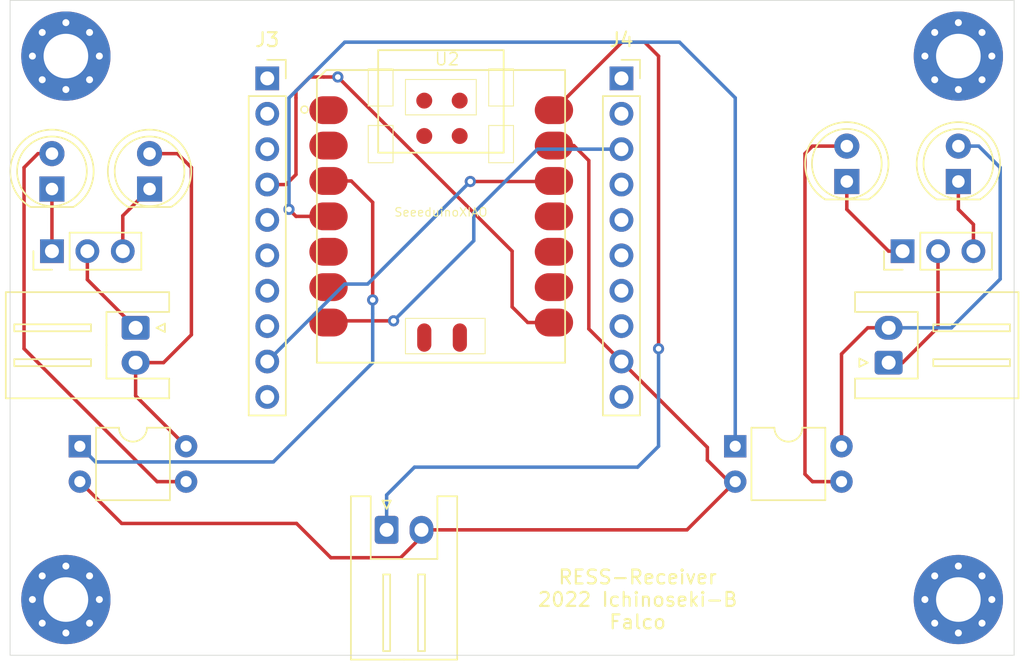
<source format=kicad_pcb>
(kicad_pcb (version 20171130) (host pcbnew "(5.1.9)-1")
  (layers (0 F.Cu signal) (31 B.Cu signal) (34 B.Paste user) (35 F.Paste user) (36 B.SilkS user) (37 F.SilkS user) (38 B.Mask user) (39 F.Mask user) (44 Edge.Cuts user))
  (net 0 "")
  (net 1 "Net-(D1-Pad1)")
  (net 2 "Net-(D1-Pad2)")
  (net 3 "Net-(D2-Pad1)")
  (net 4 GND)
  (net 5 "Net-(J1-Pad1)")
  (net 6 "Net-(D2-Pad2)")
  (net 7 +5V)
  (net 8 "Net-(J6-Pad1)")
  (net 9 RX)
  (net 10 +3V3)
  (net 11 TX)
  (net 12 "Net-(D3-Pad2)")
  (net 13 "Net-(D3-Pad1)")
  (net 14 "Net-(D4-Pad1)")
  (net 15 "Net-(D4-Pad2)")
  (net 16 Out1)
  (net 17 Out2)
  (module MountingHole:MountingHole_3.2mm_M3_Pad_Via (layer F.Cu) (at 149 148)
    (fp_text reference REF** hide)
    (fp_text value MountingHole_3.2mm_M3_Pad_Via)
    (pad 1 thru_hole circle (at 1.697056 -1.697056) (size 0.8 0.8) (drill 0.5) (layers *.Cu *.Mask))
    (pad 1 thru_hole circle (at 0 -2.4) (size 0.8 0.8) (drill 0.5) (layers *.Cu *.Mask))
    (pad 1 thru_hole circle (at -1.697056 -1.697056) (size 0.8 0.8) (drill 0.5) (layers *.Cu *.Mask))
    (pad 1 thru_hole circle (at -2.4 0) (size 0.8 0.8) (drill 0.5) (layers *.Cu *.Mask))
    (pad 1 thru_hole circle (at -1.697056 1.697056) (size 0.8 0.8) (drill 0.5) (layers *.Cu *.Mask))
    (pad 1 thru_hole circle (at 0 2.4) (size 0.8 0.8) (drill 0.5) (layers *.Cu *.Mask))
    (pad 1 thru_hole circle (at 1.697056 1.697056) (size 0.8 0.8) (drill 0.5) (layers *.Cu *.Mask))
    (pad 1 thru_hole circle (at 2.4 0) (size 0.8 0.8) (drill 0.5) (layers *.Cu *.Mask))
    (pad 1 thru_hole circle (at 0 0) (size 6.4 6.4) (drill 3.2) (layers *.Cu *.Mask))
  )
  (module MountingHole:MountingHole_3.2mm_M3_Pad_Via (layer F.Cu) (at 149 109)
    (fp_text reference REF** hide)
    (fp_text value MountingHole_3.2mm_M3_Pad_Via)
    (pad 1 thru_hole circle (at 1.697056 -1.697056) (size 0.8 0.8) (drill 0.5) (layers *.Cu *.Mask))
    (pad 1 thru_hole circle (at 0 -2.4) (size 0.8 0.8) (drill 0.5) (layers *.Cu *.Mask))
    (pad 1 thru_hole circle (at -1.697056 -1.697056) (size 0.8 0.8) (drill 0.5) (layers *.Cu *.Mask))
    (pad 1 thru_hole circle (at -2.4 0) (size 0.8 0.8) (drill 0.5) (layers *.Cu *.Mask))
    (pad 1 thru_hole circle (at -1.697056 1.697056) (size 0.8 0.8) (drill 0.5) (layers *.Cu *.Mask))
    (pad 1 thru_hole circle (at 0 2.4) (size 0.8 0.8) (drill 0.5) (layers *.Cu *.Mask))
    (pad 1 thru_hole circle (at 1.697056 1.697056) (size 0.8 0.8) (drill 0.5) (layers *.Cu *.Mask))
    (pad 1 thru_hole circle (at 2.4 0) (size 0.8 0.8) (drill 0.5) (layers *.Cu *.Mask))
    (pad 1 thru_hole circle (at 0 0) (size 6.4 6.4) (drill 3.2) (layers *.Cu *.Mask))
  )
  (module MountingHole:MountingHole_3.2mm_M3_Pad_Via (layer F.Cu) (at 85 109)
    (fp_text reference REF** hide)
    (fp_text value MountingHole_3.2mm_M3_Pad_Via)
    (pad 1 thru_hole circle (at 1.697056 -1.697056) (size 0.8 0.8) (drill 0.5) (layers *.Cu *.Mask))
    (pad 1 thru_hole circle (at 0 -2.4) (size 0.8 0.8) (drill 0.5) (layers *.Cu *.Mask))
    (pad 1 thru_hole circle (at -1.697056 -1.697056) (size 0.8 0.8) (drill 0.5) (layers *.Cu *.Mask))
    (pad 1 thru_hole circle (at -2.4 0) (size 0.8 0.8) (drill 0.5) (layers *.Cu *.Mask))
    (pad 1 thru_hole circle (at -1.697056 1.697056) (size 0.8 0.8) (drill 0.5) (layers *.Cu *.Mask))
    (pad 1 thru_hole circle (at 0 2.4) (size 0.8 0.8) (drill 0.5) (layers *.Cu *.Mask))
    (pad 1 thru_hole circle (at 1.697056 1.697056) (size 0.8 0.8) (drill 0.5) (layers *.Cu *.Mask))
    (pad 1 thru_hole circle (at 2.4 0) (size 0.8 0.8) (drill 0.5) (layers *.Cu *.Mask))
    (pad 1 thru_hole circle (at 0 0) (size 6.4 6.4) (drill 3.2) (layers *.Cu *.Mask))
  )
  (module MountingHole:MountingHole_3.2mm_M3_Pad_Via (layer F.Cu) (at 85 148)
    (fp_text reference REF** hide)
    (fp_text value MountingHole_3.2mm_M3_Pad_Via)
    (pad 1 thru_hole circle (at 1.697056 -1.697056) (size 0.8 0.8) (drill 0.5) (layers *.Cu *.Mask))
    (pad 1 thru_hole circle (at 0 -2.4) (size 0.8 0.8) (drill 0.5) (layers *.Cu *.Mask))
    (pad 1 thru_hole circle (at -1.697056 -1.697056) (size 0.8 0.8) (drill 0.5) (layers *.Cu *.Mask))
    (pad 1 thru_hole circle (at -2.4 0) (size 0.8 0.8) (drill 0.5) (layers *.Cu *.Mask))
    (pad 1 thru_hole circle (at -1.697056 1.697056) (size 0.8 0.8) (drill 0.5) (layers *.Cu *.Mask))
    (pad 1 thru_hole circle (at 0 2.4) (size 0.8 0.8) (drill 0.5) (layers *.Cu *.Mask))
    (pad 1 thru_hole circle (at 1.697056 1.697056) (size 0.8 0.8) (drill 0.5) (layers *.Cu *.Mask))
    (pad 1 thru_hole circle (at 2.4 0) (size 0.8 0.8) (drill 0.5) (layers *.Cu *.Mask))
    (pad 1 thru_hole circle (at 0 0) (size 6.4 6.4) (drill 3.2) (layers *.Cu *.Mask))
  )
  (module Connector_PinSocket_2.54mm:PinSocket_1x10_P2.54mm_Vertical (layer F.Cu) (at 99.44 110.6)
    (fp_text reference J3 (at 0 -2.77) (layer F.SilkS))
    (fp_text value ADP_L)
    (fp_line (start 0 -1.33) (end 1.33 -1.33) (layer F.SilkS) (width 0.12))
    (fp_line (start 1.33 -1.33) (end 1.33 0) (layer F.SilkS) (width 0.12))
    (fp_line (start 1.33 1.27) (end 1.33 24.19) (layer F.SilkS) (width 0.12))
    (fp_line (start -1.33 24.19) (end 1.33 24.19) (layer F.SilkS) (width 0.12))
    (fp_line (start -1.33 1.27) (end -1.33 24.19) (layer F.SilkS) (width 0.12))
    (fp_line (start -1.33 1.27) (end 1.33 1.27) (layer F.SilkS) (width 0.12))
    (pad 1 thru_hole rect (at 0 0) (size 1.7 1.7) (drill 1) (layers *.Cu *.Mask))
    (pad 2 thru_hole oval (at 0 2.54) (size 1.7 1.7) (drill 1) (layers *.Cu *.Mask))
    (pad 3 thru_hole oval (at 0 5.08) (size 1.7 1.7) (drill 1) (layers *.Cu *.Mask))
    (pad 4 thru_hole oval (at 0 7.62) (size 1.7 1.7) (drill 1) (layers *.Cu *.Mask) (net 9 RX))
    (pad 5 thru_hole oval (at 0 10.16) (size 1.7 1.7) (drill 1) (layers *.Cu *.Mask))
    (pad 6 thru_hole oval (at 0 12.7) (size 1.7 1.7) (drill 1) (layers *.Cu *.Mask))
    (pad 7 thru_hole oval (at 0 15.24) (size 1.7 1.7) (drill 1) (layers *.Cu *.Mask))
    (pad 8 thru_hole oval (at 0 17.78) (size 1.7 1.7) (drill 1) (layers *.Cu *.Mask))
    (pad 9 thru_hole oval (at 0 20.32) (size 1.7 1.7) (drill 1) (layers *.Cu *.Mask) (net 10 +3V3))
    (pad 10 thru_hole oval (at 0 22.86) (size 1.7 1.7) (drill 1) (layers *.Cu *.Mask))
  )
  (module Connector_PinSocket_2.54mm:PinSocket_1x10_P2.54mm_Vertical (layer F.Cu) (at 124.84 110.6)
    (fp_text reference J4 (at 0 -2.77) (layer F.SilkS))
    (fp_text value ADP_R)
    (fp_line (start -1.33 1.27) (end 1.33 1.27) (layer F.SilkS) (width 0.12))
    (fp_line (start -1.33 1.27) (end -1.33 24.19) (layer F.SilkS) (width 0.12))
    (fp_line (start -1.33 24.19) (end 1.33 24.19) (layer F.SilkS) (width 0.12))
    (fp_line (start 1.33 1.27) (end 1.33 24.19) (layer F.SilkS) (width 0.12))
    (fp_line (start 1.33 -1.33) (end 1.33 0) (layer F.SilkS) (width 0.12))
    (fp_line (start 0 -1.33) (end 1.33 -1.33) (layer F.SilkS) (width 0.12))
    (pad 10 thru_hole oval (at 0 22.86) (size 1.7 1.7) (drill 1) (layers *.Cu *.Mask))
    (pad 9 thru_hole oval (at 0 20.32) (size 1.7 1.7) (drill 1) (layers *.Cu *.Mask) (net 4 GND))
    (pad 8 thru_hole oval (at 0 17.78) (size 1.7 1.7) (drill 1) (layers *.Cu *.Mask))
    (pad 7 thru_hole oval (at 0 15.24) (size 1.7 1.7) (drill 1) (layers *.Cu *.Mask))
    (pad 6 thru_hole oval (at 0 12.7) (size 1.7 1.7) (drill 1) (layers *.Cu *.Mask))
    (pad 5 thru_hole oval (at 0 10.16) (size 1.7 1.7) (drill 1) (layers *.Cu *.Mask))
    (pad 4 thru_hole oval (at 0 7.62) (size 1.7 1.7) (drill 1) (layers *.Cu *.Mask))
    (pad 3 thru_hole oval (at 0 5.08) (size 1.7 1.7) (drill 1) (layers *.Cu *.Mask) (net 11 TX))
    (pad 2 thru_hole oval (at 0 2.54) (size 1.7 1.7) (drill 1) (layers *.Cu *.Mask))
    (pad 1 thru_hole rect (at 0 0) (size 1.7 1.7) (drill 1) (layers *.Cu *.Mask))
  )
  (module Connector_JST:JST_XH_S2B-XH-A_1x02_P2.50mm_Horizontal (layer F.Cu) (at 108 143)
    (fp_text reference J5 hide)
    (fp_text value Power_IN)
    (fp_line (start 0.3 -2.1) (end 0 -1.5) (layer F.SilkS) (width 0.12))
    (fp_line (start -0.3 -2.1) (end 0.3 -2.1) (layer F.SilkS) (width 0.12))
    (fp_line (start 0 -1.5) (end -0.3 -2.1) (layer F.SilkS) (width 0.12))
    (fp_line (start 2.75 3.2) (end 2.25 3.2) (layer F.SilkS) (width 0.12))
    (fp_line (start 2.75 8.7) (end 2.75 3.2) (layer F.SilkS) (width 0.12))
    (fp_line (start 2.25 8.7) (end 2.75 8.7) (layer F.SilkS) (width 0.12))
    (fp_line (start 2.25 3.2) (end 2.25 8.7) (layer F.SilkS) (width 0.12))
    (fp_line (start 0.25 3.2) (end -0.25 3.2) (layer F.SilkS) (width 0.12))
    (fp_line (start 0.25 8.7) (end 0.25 3.2) (layer F.SilkS) (width 0.12))
    (fp_line (start -0.25 8.7) (end 0.25 8.7) (layer F.SilkS) (width 0.12))
    (fp_line (start -0.25 3.2) (end -0.25 8.7) (layer F.SilkS) (width 0.12))
    (fp_line (start 3.64 2.09) (end 1.25 2.09) (layer F.SilkS) (width 0.12))
    (fp_line (start 3.64 -2.41) (end 3.64 2.09) (layer F.SilkS) (width 0.12))
    (fp_line (start 5.06 -2.41) (end 3.64 -2.41) (layer F.SilkS) (width 0.12))
    (fp_line (start 5.06 9.31) (end 5.06 -2.41) (layer F.SilkS) (width 0.12))
    (fp_line (start 1.25 9.31) (end 5.06 9.31) (layer F.SilkS) (width 0.12))
    (fp_line (start -1.14 2.09) (end 1.25 2.09) (layer F.SilkS) (width 0.12))
    (fp_line (start -1.14 -2.41) (end -1.14 2.09) (layer F.SilkS) (width 0.12))
    (fp_line (start -2.56 -2.41) (end -1.14 -2.41) (layer F.SilkS) (width 0.12))
    (fp_line (start -2.56 9.31) (end -2.56 -2.41) (layer F.SilkS) (width 0.12))
    (fp_line (start 1.25 9.31) (end -2.56 9.31) (layer F.SilkS) (width 0.12))
    (pad 1 thru_hole roundrect (at 0 0) (size 1.7 2) (drill 1) (layers *.Cu *.Mask) (roundrect_rratio 0.1470588235294118) (net 7 +5V))
    (pad 2 thru_hole oval (at 2.5 0) (size 1.7 2) (drill 1) (layers *.Cu *.Mask) (net 4 GND))
  )
  (module Connector_JST:JST_XH_S2B-XH-A_1x02_P2.50mm_Horizontal (layer F.Cu) (at 90 128.5 270)
    (fp_text reference J6 hide)
    (fp_text value RESS_OUT1)
    (fp_line (start 0.3 -2.1) (end 0 -1.5) (layer F.SilkS) (width 0.12))
    (fp_line (start -0.3 -2.1) (end 0.3 -2.1) (layer F.SilkS) (width 0.12))
    (fp_line (start 0 -1.5) (end -0.3 -2.1) (layer F.SilkS) (width 0.12))
    (fp_line (start 2.75 3.2) (end 2.25 3.2) (layer F.SilkS) (width 0.12))
    (fp_line (start 2.75 8.7) (end 2.75 3.2) (layer F.SilkS) (width 0.12))
    (fp_line (start 2.25 8.7) (end 2.75 8.7) (layer F.SilkS) (width 0.12))
    (fp_line (start 2.25 3.2) (end 2.25 8.7) (layer F.SilkS) (width 0.12))
    (fp_line (start 0.25 3.2) (end -0.25 3.2) (layer F.SilkS) (width 0.12))
    (fp_line (start 0.25 8.7) (end 0.25 3.2) (layer F.SilkS) (width 0.12))
    (fp_line (start -0.25 8.7) (end 0.25 8.7) (layer F.SilkS) (width 0.12))
    (fp_line (start -0.25 3.2) (end -0.25 8.7) (layer F.SilkS) (width 0.12))
    (fp_line (start 3.64 2.09) (end 1.25 2.09) (layer F.SilkS) (width 0.12))
    (fp_line (start 3.64 -2.41) (end 3.64 2.09) (layer F.SilkS) (width 0.12))
    (fp_line (start 5.06 -2.41) (end 3.64 -2.41) (layer F.SilkS) (width 0.12))
    (fp_line (start 5.06 9.31) (end 5.06 -2.41) (layer F.SilkS) (width 0.12))
    (fp_line (start 1.25 9.31) (end 5.06 9.31) (layer F.SilkS) (width 0.12))
    (fp_line (start -1.14 2.09) (end 1.25 2.09) (layer F.SilkS) (width 0.12))
    (fp_line (start -1.14 -2.41) (end -1.14 2.09) (layer F.SilkS) (width 0.12))
    (fp_line (start -2.56 -2.41) (end -1.14 -2.41) (layer F.SilkS) (width 0.12))
    (fp_line (start -2.56 9.31) (end -2.56 -2.41) (layer F.SilkS) (width 0.12))
    (fp_line (start 1.25 9.31) (end -2.56 9.31) (layer F.SilkS) (width 0.12))
    (pad 1 thru_hole roundrect (at 0 0 270) (size 1.7 2) (drill 1) (layers *.Cu *.Mask) (roundrect_rratio 0.1470588235294118) (net 8 "Net-(J6-Pad1)"))
    (pad 2 thru_hole oval (at 2.5 0 270) (size 1.7 2) (drill 1) (layers *.Cu *.Mask) (net 6 "Net-(D2-Pad2)"))
  )
  (module Package_DIP:DIP-4_W7.62mm (layer F.Cu) (at 86 137)
    (fp_text reference U1 hide)
    (fp_text value LTV-817)
    (fp_line (start 6.46 -1.33) (end 4.81 -1.33) (layer F.SilkS) (width 0.12))
    (fp_line (start 6.46 3.87) (end 6.46 -1.33) (layer F.SilkS) (width 0.12))
    (fp_line (start 1.16 3.87) (end 6.46 3.87) (layer F.SilkS) (width 0.12))
    (fp_line (start 1.16 -1.33) (end 1.16 3.87) (layer F.SilkS) (width 0.12))
    (fp_line (start 2.81 -1.33) (end 1.16 -1.33) (layer F.SilkS) (width 0.12))
    (fp_arc (start 3.81 -1.33) (end 2.81 -1.33) (angle -180) (layer F.SilkS) (width 0.12))
    (pad 1 thru_hole rect (at 0 0) (size 1.6 1.6) (drill 0.8) (layers *.Cu *.Mask) (net 16 Out1))
    (pad 3 thru_hole oval (at 7.62 2.54) (size 1.6 1.6) (drill 0.8) (layers *.Cu *.Mask) (net 2 "Net-(D1-Pad2)"))
    (pad 2 thru_hole oval (at 0 2.54) (size 1.6 1.6) (drill 0.8) (layers *.Cu *.Mask) (net 4 GND))
    (pad 4 thru_hole oval (at 7.62 0) (size 1.6 1.6) (drill 0.8) (layers *.Cu *.Mask) (net 6 "Net-(D2-Pad2)"))
  )
  (module LED_THT:LED_D5.0mm (layer F.Cu) (at 84 118.54 90)
    (fp_text reference D1 hide)
    (fp_text value LED hide)
    (fp_circle (center 1.27 0) (end 3.77 0) (layer F.SilkS) (width 0.12))
    (fp_line (start -1.29 -1.545) (end -1.29 1.545) (layer F.SilkS) (width 0.12))
    (fp_arc (start 1.27 0) (end -1.29 -1.54483) (angle 148.9) (layer F.SilkS) (width 0.12))
    (fp_arc (start 1.27 0) (end -1.29 1.54483) (angle -148.9) (layer F.SilkS) (width 0.12))
    (pad 1 thru_hole rect (at 0 0 90) (size 1.8 1.8) (drill 0.9) (layers *.Cu *.Mask) (net 1 "Net-(D1-Pad1)"))
    (pad 2 thru_hole circle (at 2.54 0 90) (size 1.8 1.8) (drill 0.9) (layers *.Cu *.Mask) (net 2 "Net-(D1-Pad2)"))
  )
  (module LED_THT:LED_D5.0mm (layer F.Cu) (at 91 118.54 90)
    (fp_text reference D2 hide)
    (fp_text value LED)
    (fp_line (start -1.29 -1.545) (end -1.29 1.545) (layer F.SilkS) (width 0.12))
    (fp_circle (center 1.27 0) (end 3.77 0) (layer F.SilkS) (width 0.12))
    (fp_arc (start 1.27 0) (end -1.29 1.54483) (angle -148.9) (layer F.SilkS) (width 0.12))
    (fp_arc (start 1.27 0) (end -1.29 -1.54483) (angle 148.9) (layer F.SilkS) (width 0.12))
    (pad 2 thru_hole circle (at 2.54 0 90) (size 1.8 1.8) (drill 0.9) (layers *.Cu *.Mask) (net 6 "Net-(D2-Pad2)"))
    (pad 1 thru_hole rect (at 0 0 90) (size 1.8 1.8) (drill 0.9) (layers *.Cu *.Mask) (net 3 "Net-(D2-Pad1)"))
  )
  (module Connector_PinHeader_2.54mm:PinHeader_1x03_P2.54mm_Vertical (layer F.Cu) (at 84 123 90)
    (fp_text reference SW1 hide)
    (fp_text value SW_SPDT)
    (fp_line (start -1.33 -1.33) (end 0 -1.33) (layer F.SilkS) (width 0.12))
    (fp_line (start -1.33 0) (end -1.33 -1.33) (layer F.SilkS) (width 0.12))
    (fp_line (start -1.33 1.27) (end 1.33 1.27) (layer F.SilkS) (width 0.12))
    (fp_line (start 1.33 1.27) (end 1.33 6.41) (layer F.SilkS) (width 0.12))
    (fp_line (start -1.33 1.27) (end -1.33 6.41) (layer F.SilkS) (width 0.12))
    (fp_line (start -1.33 6.41) (end 1.33 6.41) (layer F.SilkS) (width 0.12))
    (pad 1 thru_hole rect (at 0 0 90) (size 1.7 1.7) (drill 1) (layers *.Cu *.Mask) (net 1 "Net-(D1-Pad1)"))
    (pad 2 thru_hole oval (at 0 2.54 90) (size 1.7 1.7) (drill 1) (layers *.Cu *.Mask) (net 8 "Net-(J6-Pad1)"))
    (pad 3 thru_hole oval (at 0 5.08 90) (size 1.7 1.7) (drill 1) (layers *.Cu *.Mask) (net 3 "Net-(D2-Pad1)"))
  )
  (module "Seeeduino XIAO KICAD:Seeeduino XIAO-MOUDLE14P-2.54-21X17.8MM" (layer F.Cu) (at 103 131)
    (fp_text reference U2 (at 9.3345 -21.7805) (layer F.SilkS) (effects (font (size 0.889 0.889) (thickness 0.1016))))
    (fp_text value SeeeduinoXIAO (at 8.89 -10.795) (layer F.SilkS) (effects (font (size 0.6096 0.6096) (thickness 0.0762))))
    (fp_line (start 6.35 -17.78) (end 11.43 -17.78) (layer F.SilkS) (width 0.06604))
    (fp_line (start 11.43 -17.78) (end 11.43 -20.32) (layer F.SilkS) (width 0.06604))
    (fp_line (start 6.35 -20.32) (end 11.43 -20.32) (layer F.SilkS) (width 0.06604))
    (fp_line (start 6.35 -17.78) (end 6.35 -20.32) (layer F.SilkS) (width 0.06604))
    (fp_line (start 6.35 -0.635) (end 12.065 -0.635) (layer F.SilkS) (width 0.06604))
    (fp_line (start 12.065 -0.635) (end 12.065 -3.175) (layer F.SilkS) (width 0.06604))
    (fp_line (start 6.35 -3.175) (end 12.065 -3.175) (layer F.SilkS) (width 0.06604))
    (fp_line (start 6.35 -0.635) (end 6.35 -3.175) (layer F.SilkS) (width 0.06604))
    (fp_line (start 3.683 -18.415) (end 5.461 -18.415) (layer F.SilkS) (width 0.06604))
    (fp_line (start 5.461 -18.415) (end 5.461 -21.082) (layer F.SilkS) (width 0.06604))
    (fp_line (start 3.683 -21.082) (end 5.461 -21.082) (layer F.SilkS) (width 0.06604))
    (fp_line (start 3.683 -18.415) (end 3.683 -21.082) (layer F.SilkS) (width 0.06604))
    (fp_line (start 3.683 -14.34846) (end 5.461 -14.34846) (layer F.SilkS) (width 0.06604))
    (fp_line (start 5.461 -14.34846) (end 5.461 -17.018) (layer F.SilkS) (width 0.06604))
    (fp_line (start 3.683 -17.018) (end 5.461 -17.018) (layer F.SilkS) (width 0.06604))
    (fp_line (start 3.683 -14.34846) (end 3.683 -17.018) (layer F.SilkS) (width 0.06604))
    (fp_line (start 12.319 -14.34846) (end 14.097 -14.34846) (layer F.SilkS) (width 0.06604))
    (fp_line (start 14.097 -14.34846) (end 14.097 -17.018) (layer F.SilkS) (width 0.06604))
    (fp_line (start 12.319 -17.018) (end 14.097 -17.018) (layer F.SilkS) (width 0.06604))
    (fp_line (start 12.319 -14.34846) (end 12.319 -17.018) (layer F.SilkS) (width 0.06604))
    (fp_line (start 12.319 -18.415) (end 14.097 -18.415) (layer F.SilkS) (width 0.06604))
    (fp_line (start 14.097 -18.415) (end 14.097 -21.082) (layer F.SilkS) (width 0.06604))
    (fp_line (start 12.319 -21.082) (end 14.097 -21.082) (layer F.SilkS) (width 0.06604))
    (fp_line (start 12.319 -18.415) (end 12.319 -21.082) (layer F.SilkS) (width 0.06604))
    (fp_line (start 0 0) (end 17.79778 0) (layer F.SilkS) (width 0.127))
    (fp_line (start 17.79778 0) (end 17.79778 -20.99818) (layer F.SilkS) (width 0.127))
    (fp_line (start 17.79778 -20.99818) (end 0.67056 -20.99818) (layer F.SilkS) (width 0.127))
    (fp_line (start 0.67056 -20.99818) (end 0 -20.32762) (layer F.SilkS) (width 0.127))
    (fp_line (start 0 -20.32762) (end 0 0) (layer F.SilkS) (width 0.127))
    (fp_line (start 4.39928 -22.42312) (end 13.39342 -22.42312) (layer F.SilkS) (width 0.127))
    (fp_line (start 13.39342 -22.42312) (end 13.39342 -15.06982) (layer F.SilkS) (width 0.127))
    (fp_line (start 13.39342 -15.06982) (end 4.3942 -15.06982) (layer F.SilkS) (width 0.127))
    (fp_line (start 4.3942 -15.06982) (end 4.3942 -22.42312) (layer F.SilkS) (width 0.127))
    (fp_circle (center -0.889 -18.161) (end -0.889 -18.415) (layer F.SilkS) (width 0.1))
    (pad 14 smd oval (at 16.99768 -18.11782) (size 2.74828 1.99898) (layers F.Cu F.Paste F.Mask) (net 7 +5V))
    (pad 13 smd oval (at 16.99768 -15.57782) (size 2.74828 1.99898) (layers F.Cu F.Paste F.Mask) (net 4 GND))
    (pad 12 smd oval (at 16.99768 -13.03782) (size 2.74828 1.99898) (layers F.Cu F.Paste F.Mask) (net 10 +3V3))
    (pad 11 smd oval (at 16.99768 -10.49782) (size 2.74828 1.99898) (layers F.Cu F.Paste F.Mask))
    (pad 10 smd oval (at 16.99768 -7.95782) (size 2.74828 1.99898) (layers F.Cu F.Paste F.Mask))
    (pad 9 smd oval (at 16.99768 -5.41782) (size 2.74828 1.99898) (layers F.Cu F.Paste F.Mask))
    (pad 8 smd oval (at 16.99768 -2.87782) (size 2.74828 1.99898) (layers F.Cu F.Paste F.Mask) (net 9 RX))
    (pad 7 smd oval (at 0.83312 -2.87782) (size 2.74828 1.99898) (layers F.Cu F.Paste F.Mask) (net 11 TX))
    (pad 6 smd oval (at 0.83312 -5.41782) (size 2.74828 1.99898) (layers F.Cu F.Paste F.Mask))
    (pad 5 smd oval (at 0.83312 -7.95782) (size 2.74828 1.99898) (layers F.Cu F.Paste F.Mask))
    (pad 4 smd oval (at 0.83312 -10.49782) (size 2.74828 1.99898) (layers F.Cu F.Paste F.Mask) (net 17 Out2))
    (pad 3 smd oval (at 0.83312 -13.03782) (size 2.74828 1.99898) (layers F.Cu F.Paste F.Mask) (net 16 Out1))
    (pad 2 smd oval (at 0.83312 -15.57782) (size 2.74828 1.99898) (layers F.Cu F.Paste F.Mask))
    (pad 1 smd oval (at 0.83312 -18.11782) (size 2.74828 1.99898) (layers F.Cu F.Paste F.Mask))
    (pad 15 smd oval (at 7.7 -1.8 90) (size 2.032 1.016) (layers F.Cu F.Paste F.Mask))
    (pad 16 smd oval (at 10.25 -1.8 90) (size 2.032 1.016) (layers F.Cu F.Paste F.Mask))
    (pad 17 smd circle (at 7.698803 -18.804187 90) (size 1.143 1.143) (layers F.Cu F.Paste F.Mask))
    (pad 18 smd circle (at 10.238803 -18.804187 90) (size 1.143 1.143) (layers F.Cu F.Paste F.Mask))
    (pad 19 smd circle (at 7.698803 -16.264187 90) (size 1.143 1.143) (layers F.Cu F.Paste F.Mask))
    (pad 20 smd circle (at 10.238803 -16.264187 90) (size 1.143 1.143) (layers F.Cu F.Paste F.Mask))
  )
  (module LED_THT:LED_D5.0mm (layer F.Cu) (at 141 118 90)
    (fp_text reference D3 hide)
    (fp_text value LED)
    (fp_circle (center 1.27 0) (end 3.77 0) (layer F.SilkS) (width 0.12))
    (fp_line (start -1.29 -1.545) (end -1.29 1.545) (layer F.SilkS) (width 0.12))
    (fp_arc (start 1.27 0) (end -1.29 1.54483) (angle -148.9) (layer F.SilkS) (width 0.12))
    (fp_arc (start 1.27 0) (end -1.29 -1.54483) (angle 148.9) (layer F.SilkS) (width 0.12))
    (pad 2 thru_hole circle (at 2.54 0 90) (size 1.8 1.8) (drill 0.9) (layers *.Cu *.Mask) (net 12 "Net-(D3-Pad2)"))
    (pad 1 thru_hole rect (at 0 0 90) (size 1.8 1.8) (drill 0.9) (layers *.Cu *.Mask) (net 13 "Net-(D3-Pad1)"))
  )
  (module LED_THT:LED_D5.0mm (layer F.Cu) (at 149 118 90)
    (fp_text reference D4 hide)
    (fp_text value LED)
    (fp_line (start -1.29 -1.545) (end -1.29 1.545) (layer F.SilkS) (width 0.12))
    (fp_circle (center 1.27 0) (end 3.77 0) (layer F.SilkS) (width 0.12))
    (fp_arc (start 1.27 0) (end -1.29 -1.54483) (angle 148.9) (layer F.SilkS) (width 0.12))
    (fp_arc (start 1.27 0) (end -1.29 1.54483) (angle -148.9) (layer F.SilkS) (width 0.12))
    (pad 1 thru_hole rect (at 0 0 90) (size 1.8 1.8) (drill 0.9) (layers *.Cu *.Mask) (net 14 "Net-(D4-Pad1)"))
    (pad 2 thru_hole circle (at 2.54 0 90) (size 1.8 1.8) (drill 0.9) (layers *.Cu *.Mask) (net 15 "Net-(D4-Pad2)"))
  )
  (module Connector_JST:JST_XH_S2B-XH-A_1x02_P2.50mm_Horizontal (layer F.Cu) (at 144 131 90)
    (fp_text reference J1 hide)
    (fp_text value RESS_OUT2)
    (fp_line (start 0.3 -2.1) (end 0 -1.5) (layer F.SilkS) (width 0.12))
    (fp_line (start -0.3 -2.1) (end 0.3 -2.1) (layer F.SilkS) (width 0.12))
    (fp_line (start 0 -1.5) (end -0.3 -2.1) (layer F.SilkS) (width 0.12))
    (fp_line (start 2.75 3.2) (end 2.25 3.2) (layer F.SilkS) (width 0.12))
    (fp_line (start 2.75 8.7) (end 2.75 3.2) (layer F.SilkS) (width 0.12))
    (fp_line (start 2.25 8.7) (end 2.75 8.7) (layer F.SilkS) (width 0.12))
    (fp_line (start 2.25 3.2) (end 2.25 8.7) (layer F.SilkS) (width 0.12))
    (fp_line (start 0.25 3.2) (end -0.25 3.2) (layer F.SilkS) (width 0.12))
    (fp_line (start 0.25 8.7) (end 0.25 3.2) (layer F.SilkS) (width 0.12))
    (fp_line (start -0.25 8.7) (end 0.25 8.7) (layer F.SilkS) (width 0.12))
    (fp_line (start -0.25 3.2) (end -0.25 8.7) (layer F.SilkS) (width 0.12))
    (fp_line (start 3.64 2.09) (end 1.25 2.09) (layer F.SilkS) (width 0.12))
    (fp_line (start 3.64 -2.41) (end 3.64 2.09) (layer F.SilkS) (width 0.12))
    (fp_line (start 5.06 -2.41) (end 3.64 -2.41) (layer F.SilkS) (width 0.12))
    (fp_line (start 5.06 9.31) (end 5.06 -2.41) (layer F.SilkS) (width 0.12))
    (fp_line (start 1.25 9.31) (end 5.06 9.31) (layer F.SilkS) (width 0.12))
    (fp_line (start -1.14 2.09) (end 1.25 2.09) (layer F.SilkS) (width 0.12))
    (fp_line (start -1.14 -2.41) (end -1.14 2.09) (layer F.SilkS) (width 0.12))
    (fp_line (start -2.56 -2.41) (end -1.14 -2.41) (layer F.SilkS) (width 0.12))
    (fp_line (start -2.56 9.31) (end -2.56 -2.41) (layer F.SilkS) (width 0.12))
    (fp_line (start 1.25 9.31) (end -2.56 9.31) (layer F.SilkS) (width 0.12))
    (pad 1 thru_hole roundrect (at 0 0 90) (size 1.7 2) (drill 1) (layers *.Cu *.Mask) (roundrect_rratio 0.1470588235294118) (net 5 "Net-(J1-Pad1)"))
    (pad 2 thru_hole oval (at 2.5 0 90) (size 1.7 2) (drill 1) (layers *.Cu *.Mask) (net 15 "Net-(D4-Pad2)"))
  )
  (module Connector_PinHeader_2.54mm:PinHeader_1x03_P2.54mm_Vertical (layer F.Cu) (at 145 123 90)
    (fp_text reference SW2 hide)
    (fp_text value SW_SPDT)
    (fp_line (start -1.33 -1.33) (end 0 -1.33) (layer F.SilkS) (width 0.12))
    (fp_line (start -1.33 0) (end -1.33 -1.33) (layer F.SilkS) (width 0.12))
    (fp_line (start -1.33 1.27) (end 1.33 1.27) (layer F.SilkS) (width 0.12))
    (fp_line (start 1.33 1.27) (end 1.33 6.41) (layer F.SilkS) (width 0.12))
    (fp_line (start -1.33 1.27) (end -1.33 6.41) (layer F.SilkS) (width 0.12))
    (fp_line (start -1.33 6.41) (end 1.33 6.41) (layer F.SilkS) (width 0.12))
    (pad 1 thru_hole rect (at 0 0 90) (size 1.7 1.7) (drill 1) (layers *.Cu *.Mask) (net 13 "Net-(D3-Pad1)"))
    (pad 2 thru_hole oval (at 0 2.54 90) (size 1.7 1.7) (drill 1) (layers *.Cu *.Mask) (net 5 "Net-(J1-Pad1)"))
    (pad 3 thru_hole oval (at 0 5.08 90) (size 1.7 1.7) (drill 1) (layers *.Cu *.Mask) (net 14 "Net-(D4-Pad1)"))
  )
  (module Package_DIP:DIP-4_W7.62mm (layer F.Cu) (at 133 137)
    (fp_text reference U3 hide)
    (fp_text value LTV-817)
    (fp_line (start 6.46 -1.33) (end 4.81 -1.33) (layer F.SilkS) (width 0.12))
    (fp_line (start 6.46 3.87) (end 6.46 -1.33) (layer F.SilkS) (width 0.12))
    (fp_line (start 1.16 3.87) (end 6.46 3.87) (layer F.SilkS) (width 0.12))
    (fp_line (start 1.16 -1.33) (end 1.16 3.87) (layer F.SilkS) (width 0.12))
    (fp_line (start 2.81 -1.33) (end 1.16 -1.33) (layer F.SilkS) (width 0.12))
    (fp_arc (start 3.81 -1.33) (end 2.81 -1.33) (angle -180) (layer F.SilkS) (width 0.12))
    (pad 1 thru_hole rect (at 0 0) (size 1.6 1.6) (drill 0.8) (layers *.Cu *.Mask) (net 17 Out2))
    (pad 3 thru_hole oval (at 7.62 2.54) (size 1.6 1.6) (drill 0.8) (layers *.Cu *.Mask) (net 12 "Net-(D3-Pad2)"))
    (pad 2 thru_hole oval (at 0 2.54) (size 1.6 1.6) (drill 0.8) (layers *.Cu *.Mask) (net 4 GND))
    (pad 4 thru_hole oval (at 7.62 0) (size 1.6 1.6) (drill 0.8) (layers *.Cu *.Mask) (net 15 "Net-(D4-Pad2)"))
  )
  (gr_text "RESS-Receiver\n2022 Ichinoseki-B\nFalco" (at 126 148) (layer F.SilkS) (effects (font (size 1 1))))
  (gr_line (start 153 105) (end 81 105) (layer Edge.Cuts) (width 0.05))
  (gr_line (start 153 152) (end 153 105) (layer Edge.Cuts) (width 0.05))
  (gr_line (start 81 152) (end 153 152) (layer Edge.Cuts) (width 0.05))
  (gr_line (start 81 152) (end 81 105) (layer Edge.Cuts) (width 0.05))
  (segment (start 84 118.54) (end 84 123) (width 0.25) (layer F.Cu) (net 1))
  (segment (start 93.62 139.54) (end 91.54 139.54) (width 0.25) (layer F.Cu) (net 2))
  (segment (start 91.54 139.54) (end 82 130) (width 0.25) (layer F.Cu) (net 2))
  (segment (start 82 130) (end 82 117) (width 0.25) (layer F.Cu) (net 2))
  (segment (start 82 117) (end 83 116) (width 0.25) (layer F.Cu) (net 2))
  (segment (start 83 116) (end 84 116) (width 0.25) (layer F.Cu) (net 2))
  (segment (start 89.08 120.46) (end 91 118.54) (width 0.25) (layer F.Cu) (net 3))
  (segment (start 89.08 123) (end 89.08 120.46) (width 0.25) (layer F.Cu) (net 3))
  (segment (start 86 139.54) (end 89 142.54) (width 0.25) (layer F.Cu) (net 4))
  (segment (start 89 142.54) (end 101.54 142.54) (width 0.25) (layer F.Cu) (net 4))
  (segment (start 101.54 142.54) (end 104 145) (width 0.25) (layer F.Cu) (net 4))
  (segment (start 104 145) (end 109 145) (width 0.25) (layer F.Cu) (net 4))
  (segment (start 110.5 143.5) (end 110.5 143) (width 0.25) (layer F.Cu) (net 4))
  (segment (start 109 145) (end 110.5 143.5) (width 0.25) (layer F.Cu) (net 4))
  (segment (start 129.54 143) (end 133 139.54) (width 0.25) (layer F.Cu) (net 4))
  (segment (start 110.5 143) (end 129.54 143) (width 0.25) (layer F.Cu) (net 4))
  (segment (start 124.84 130.92) (end 131 137.08) (width 0.25) (layer F.Cu) (net 4))
  (segment (start 131 137.08) (end 131 138) (width 0.25) (layer F.Cu) (net 4))
  (segment (start 132.54 139.54) (end 133 139.54) (width 0.25) (layer F.Cu) (net 4))
  (segment (start 131 138) (end 132.54 139.54) (width 0.25) (layer F.Cu) (net 4))
  (segment (start 122.5 116.5) (end 121.42218 115.42218) (width 0.25) (layer F.Cu) (net 4))
  (segment (start 121.42218 115.42218) (end 119.99768 115.42218) (width 0.25) (layer F.Cu) (net 4))
  (segment (start 122.5 128.58) (end 122.5 116.5) (width 0.25) (layer F.Cu) (net 4))
  (segment (start 124.84 130.92) (end 122.5 128.58) (width 0.25) (layer F.Cu) (net 4))
  (segment (start 144 131) (end 145 131) (width 0.25) (layer F.Cu) (net 5))
  (segment (start 147.54 128.46) (end 147.54 123) (width 0.25) (layer F.Cu) (net 5))
  (segment (start 145 131) (end 147.54 128.46) (width 0.25) (layer F.Cu) (net 5))
  (segment (start 90 133.38) (end 93.62 137) (width 0.25) (layer F.Cu) (net 6))
  (segment (start 90 131) (end 90 133.38) (width 0.25) (layer F.Cu) (net 6))
  (segment (start 91 116) (end 93 116) (width 0.25) (layer F.Cu) (net 6))
  (segment (start 93 116) (end 94 117) (width 0.25) (layer F.Cu) (net 6))
  (segment (start 94 117) (end 94 129) (width 0.25) (layer F.Cu) (net 6))
  (segment (start 94 129) (end 92 131) (width 0.25) (layer F.Cu) (net 6))
  (segment (start 92 131) (end 90 131) (width 0.25) (layer F.Cu) (net 6))
  (segment (start 119.99768 112.88218) (end 124.87986 108) (width 0.25) (layer F.Cu) (net 7))
  (segment (start 124.87986 108) (end 126.5 108) (width 0.25) (layer F.Cu) (net 7))
  (segment (start 126.5 108) (end 127.5 109) (width 0.25) (layer F.Cu) (net 7))
  (segment (start 127.5 109) (end 127.5 130) (width 0.25) (layer F.Cu) (net 7))
  (segment (start 127.5 130) (end 127.5 130) (width 0.25) (layer F.Cu) (net 7))
  (via (at 127.5 130) (size 0.8) (drill 0.4) (layers F.Cu B.Cu) (net 7))
  (segment (start 108 140.5) (end 108 143) (width 0.25) (layer B.Cu) (net 7))
  (segment (start 110 138.5) (end 108 140.5) (width 0.25) (layer B.Cu) (net 7))
  (segment (start 126 138.5) (end 110 138.5) (width 0.25) (layer B.Cu) (net 7))
  (segment (start 127.5 137) (end 126 138.5) (width 0.25) (layer B.Cu) (net 7))
  (segment (start 127.5 130) (end 127.5 137) (width 0.25) (layer B.Cu) (net 7))
  (segment (start 86.54 125.04) (end 90 128.5) (width 0.25) (layer F.Cu) (net 8))
  (segment (start 86.54 123) (end 86.54 125.04) (width 0.25) (layer F.Cu) (net 8))
  (segment (start 99.44 118.22) (end 100.78 118.22) (width 0.25) (layer F.Cu) (net 9))
  (segment (start 100.78 118.22) (end 101.5 117.5) (width 0.25) (layer F.Cu) (net 9))
  (segment (start 101.5 117.5) (end 101.5 112) (width 0.25) (layer F.Cu) (net 9))
  (segment (start 101.5 112) (end 101.5 111.5) (width 0.25) (layer F.Cu) (net 9))
  (segment (start 101.5 111.5) (end 102.5 110.5) (width 0.25) (layer F.Cu) (net 9))
  (segment (start 102.5 110.5) (end 103.5 110.5) (width 0.25) (layer F.Cu) (net 9))
  (segment (start 103.5 110.5) (end 104.5 110.5) (width 0.25) (layer F.Cu) (net 9))
  (segment (start 104.5 110.5) (end 104.5 110.5) (width 0.25) (layer F.Cu) (net 9))
  (via (at 104.5 110.5) (size 0.8) (drill 0.4) (layers F.Cu B.Cu) (net 9))
  (segment (start 104.5 110.5) (end 117 123) (width 0.25) (layer F.Cu) (net 9))
  (segment (start 117 123) (end 117 127) (width 0.25) (layer F.Cu) (net 9))
  (segment (start 118.12218 128.12218) (end 119.99768 128.12218) (width 0.25) (layer F.Cu) (net 9))
  (segment (start 117 127) (end 118.12218 128.12218) (width 0.25) (layer F.Cu) (net 9))
  (segment (start 99.44 130.92) (end 105 125.36) (width 0.25) (layer B.Cu) (net 10))
  (segment (start 105 125.36) (end 106.64 125.36) (width 0.25) (layer B.Cu) (net 10))
  (segment (start 106.64 125.36) (end 114 118) (width 0.25) (layer B.Cu) (net 10))
  (segment (start 114 118) (end 114 118) (width 0.25) (layer B.Cu) (net 10))
  (via (at 114 118) (size 0.8) (drill 0.4) (layers F.Cu B.Cu) (net 10))
  (segment (start 119.95986 118) (end 119.99768 117.96218) (width 0.25) (layer F.Cu) (net 10))
  (segment (start 114 118) (end 119.95986 118) (width 0.25) (layer F.Cu) (net 10))
  (segment (start 108.5 128) (end 108.5 128) (width 0.25) (layer B.Cu) (net 11))
  (via (at 108.5 128) (size 0.8) (drill 0.4) (layers F.Cu B.Cu) (net 11))
  (segment (start 103.9553 128) (end 103.83312 128.12218) (width 0.25) (layer F.Cu) (net 11))
  (segment (start 108.5 128) (end 103.9553 128) (width 0.25) (layer F.Cu) (net 11))
  (segment (start 114.25 122.25) (end 108.5 128) (width 0.25) (layer B.Cu) (net 11))
  (segment (start 114.25 120.25) (end 114.25 122.25) (width 0.25) (layer B.Cu) (net 11))
  (segment (start 118.82 115.68) (end 114.25 120.25) (width 0.25) (layer B.Cu) (net 11))
  (segment (start 124.84 115.68) (end 118.82 115.68) (width 0.25) (layer B.Cu) (net 11))
  (segment (start 138.54 115.46) (end 141 115.46) (width 0.25) (layer F.Cu) (net 12))
  (segment (start 138 116) (end 138.54 115.46) (width 0.25) (layer F.Cu) (net 12))
  (segment (start 138 139) (end 138 116) (width 0.25) (layer F.Cu) (net 12))
  (segment (start 138.54 139.54) (end 138 139) (width 0.25) (layer F.Cu) (net 12))
  (segment (start 140.62 139.54) (end 138.54 139.54) (width 0.25) (layer F.Cu) (net 12))
  (segment (start 141 118) (end 141 120) (width 0.25) (layer F.Cu) (net 13))
  (segment (start 144 123) (end 145 123) (width 0.25) (layer F.Cu) (net 13))
  (segment (start 141 120) (end 144 123) (width 0.25) (layer F.Cu) (net 13))
  (segment (start 149 118) (end 149 120) (width 0.25) (layer F.Cu) (net 14))
  (segment (start 150.08 121.08) (end 150.08 123) (width 0.25) (layer F.Cu) (net 14))
  (segment (start 149 120) (end 150.08 121.08) (width 0.25) (layer F.Cu) (net 14))
  (segment (start 149 115.46) (end 150.46 115.46) (width 0.25) (layer B.Cu) (net 15))
  (segment (start 150.46 115.46) (end 152 117) (width 0.25) (layer B.Cu) (net 15))
  (segment (start 152 117) (end 152 125) (width 0.25) (layer B.Cu) (net 15))
  (segment (start 148.5 128.5) (end 144 128.5) (width 0.25) (layer B.Cu) (net 15))
  (segment (start 152 125) (end 148.5 128.5) (width 0.25) (layer B.Cu) (net 15))
  (segment (start 144 128.5) (end 142.5 128.5) (width 0.25) (layer F.Cu) (net 15))
  (segment (start 140.62 130.38) (end 140.62 137) (width 0.25) (layer F.Cu) (net 15))
  (segment (start 142.5 128.5) (end 140.62 130.38) (width 0.25) (layer F.Cu) (net 15))
  (segment (start 87.125001 138.125001) (end 99.874999 138.125001) (width 0.25) (layer B.Cu) (net 16))
  (segment (start 86 137) (end 87.125001 138.125001) (width 0.25) (layer B.Cu) (net 16))
  (segment (start 99.874999 138.125001) (end 105.5 132.5) (width 0.25) (layer B.Cu) (net 16))
  (segment (start 105.5 132.5) (end 107 131) (width 0.25) (layer B.Cu) (net 16))
  (segment (start 107 131) (end 107 127.5) (width 0.25) (layer B.Cu) (net 16))
  (segment (start 107 127.5) (end 107 126.5) (width 0.25) (layer B.Cu) (net 16))
  (segment (start 107 126.5) (end 107 126.5) (width 0.25) (layer B.Cu) (net 16))
  (via (at 107 126.5) (size 0.8) (drill 0.4) (layers F.Cu B.Cu) (net 16))
  (segment (start 107 126.5) (end 107 119.5) (width 0.25) (layer F.Cu) (net 16))
  (segment (start 105.46218 117.96218) (end 103.83312 117.96218) (width 0.25) (layer F.Cu) (net 16))
  (segment (start 107 119.5) (end 105.46218 117.96218) (width 0.25) (layer F.Cu) (net 16))
  (segment (start 133 137) (end 133 112) (width 0.25) (layer B.Cu) (net 17))
  (segment (start 133 112) (end 129 108) (width 0.25) (layer B.Cu) (net 17))
  (segment (start 129 108) (end 105 108) (width 0.25) (layer B.Cu) (net 17))
  (segment (start 105 108) (end 101 112) (width 0.25) (layer B.Cu) (net 17))
  (segment (start 101 112) (end 101 120) (width 0.25) (layer B.Cu) (net 17))
  (segment (start 101 120) (end 101 120) (width 0.25) (layer B.Cu) (net 17))
  (via (at 101 120) (size 0.8) (drill 0.4) (layers F.Cu B.Cu) (net 17))
  (segment (start 101.50218 120.50218) (end 101 120) (width 0.25) (layer F.Cu) (net 17))
  (segment (start 103.83312 120.50218) (end 101.50218 120.50218) (width 0.25) (layer F.Cu) (net 17))
)
</source>
